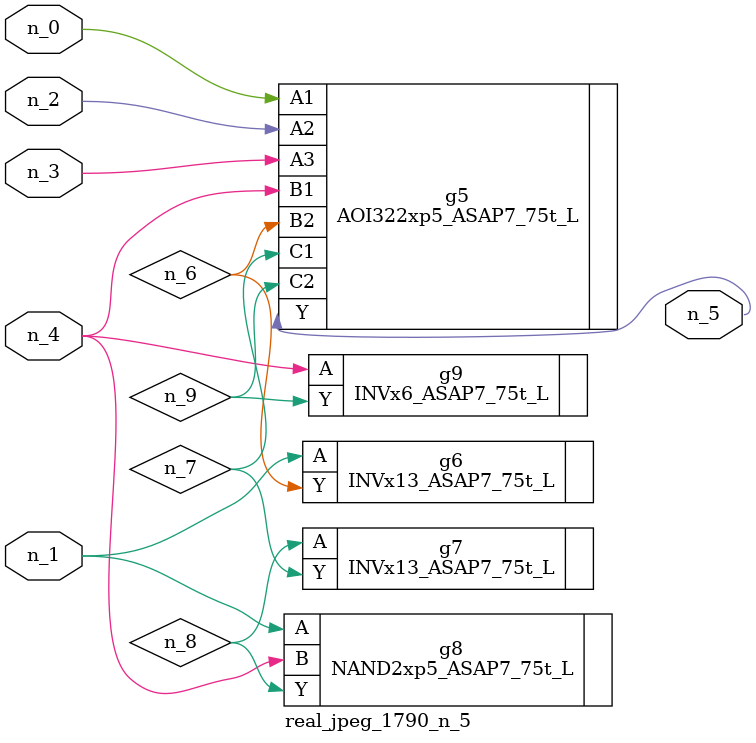
<source format=v>
module real_jpeg_1790_n_5 (n_4, n_0, n_1, n_2, n_3, n_5);

input n_4;
input n_0;
input n_1;
input n_2;
input n_3;

output n_5;

wire n_8;
wire n_6;
wire n_7;
wire n_9;

AOI322xp5_ASAP7_75t_L g5 ( 
.A1(n_0),
.A2(n_2),
.A3(n_3),
.B1(n_4),
.B2(n_6),
.C1(n_7),
.C2(n_9),
.Y(n_5)
);

INVx13_ASAP7_75t_L g6 ( 
.A(n_1),
.Y(n_6)
);

NAND2xp5_ASAP7_75t_L g8 ( 
.A(n_1),
.B(n_4),
.Y(n_8)
);

INVx6_ASAP7_75t_L g9 ( 
.A(n_4),
.Y(n_9)
);

INVx13_ASAP7_75t_L g7 ( 
.A(n_8),
.Y(n_7)
);


endmodule
</source>
